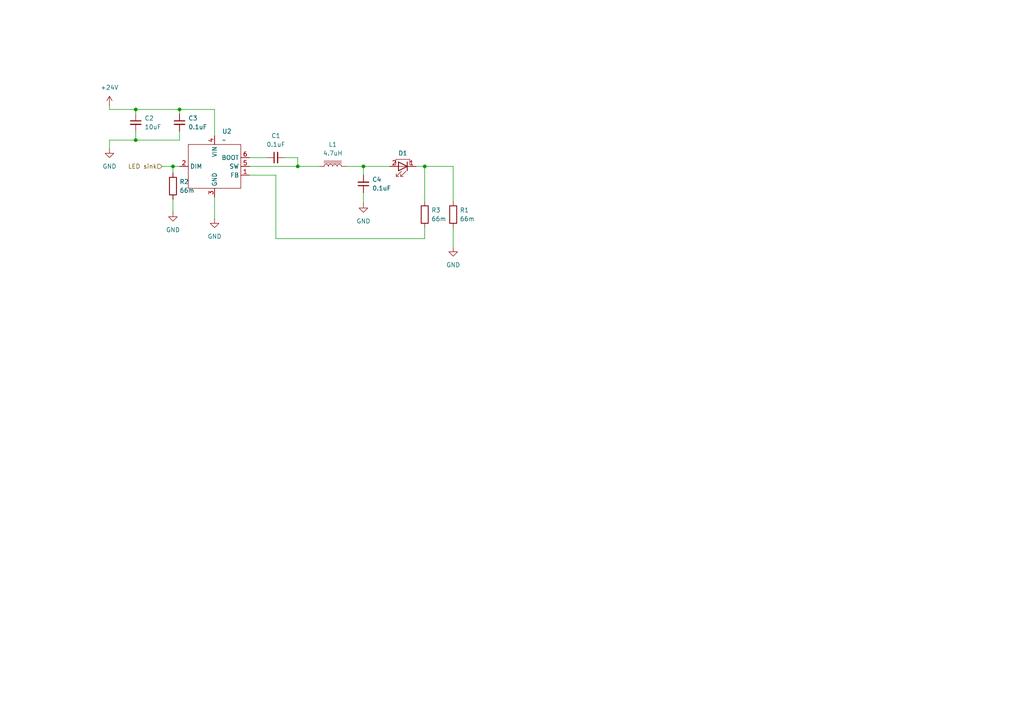
<source format=kicad_sch>
(kicad_sch (version 20231120) (generator "eeschema") (generator_version "8.0")
  (paper "A4")
  (title_block (title "besteLampe! LED Driver") (date "2024-03-27") (rev "1.0") (comment 1 "See  https://lenaschimmel.de/besteLampe! for the source and more information") (comment 2 "This source describes Open Hardware and is licensed under the CERN-OHL-S v2.") (comment 3 "Copyright 2024 Lena Schimmel <mail@lenaschimmel.de>"))
  (lib_symbols
    (symbol "Device:C_Small" (pin_numbers hide) (pin_names (offset 0.254) hide)
      (property "Reference" "C" (at 0.254 1.778 0))
      (property "Value" "C_Small" (at 0.254 -2.032 0))
      (symbol "C_Small_0_1"
        (polyline (pts (xy -1.524 -0.508) (xy 1.524 -0.508)) (stroke (width 0.3302)))
        (polyline (pts (xy -1.524 0.508) (xy 1.524 0.508)) (stroke (width 0.3048)))
      )
      (symbol "C_Small_1_1"
        (pin passive line (at 0 2.54 270) (length 2.032) (name "~") (number "1"))
        (pin passive line (at 0 -2.54 90) (length 2.032) (name "~") (number "2"))
      )
    )
    (symbol "Device:LED_Pad_slim" (pin_names (offset 1.016) hide)
      (property "Reference" "D" (at 0 5.715 0))
      (symbol "LED_Pad_slim_0_1"
        (polyline (pts (xy -1.27 -1.27) (xy -1.27 1.27)) (stroke (width 0.254)))
        (polyline (pts (xy -1.27 0) (xy 1.27 0)))
        (polyline (pts (xy -2.032 -0.508) (xy -2.032 -2.032) (xy 2.032 -2.032) (xy 2.032 -0.508)))
        (polyline (pts (xy 1.27 -1.27) (xy 1.27 1.27) (xy -1.27 0) (xy 1.27 -1.27)) (stroke (width 0.254)))
        (polyline (pts (xy -0.889 1.397) (xy 0.635 2.921) (xy -0.127 2.921) (xy 0.635 2.921) (xy 0.635 2.159)))
        (polyline (pts (xy 0.381 1.397) (xy 1.905 2.921) (xy 1.143 2.921) (xy 1.905 2.921) (xy 1.905 2.159)))
      )
      (symbol "LED_Pad_slim_1_1"
        (pin power_in line (at -3.81 0 0) (length 2.54) (name "K") (number "1"))
        (pin power_in line (at 3.81 0 180) (length 2.54) (name "A") (number "2"))
        (pin no_connect line (at 3.81 -2.0276 180) (length 2.54) hide (name "PAD") (number "3"))
      )
    )
    (symbol "Device:L_Iron" (pin_numbers hide) (pin_names (offset 1.016) hide)
      (property "Reference" "L" (at -1.27 0 90))
      (property "Value" "L_Iron" (at 2.794 0 90))
      (symbol "L_Iron_0_1"
        (arc (start 0 -2.54) (mid 0.6323 -1.905) (end 0 -1.27))
        (arc (start 0 -1.27) (mid 0.6323 -0.635) (end 0 0))
        (polyline (pts (xy 1.016 2.54) (xy 1.016 -2.54)))
        (polyline (pts (xy 1.524 -2.54) (xy 1.524 2.54)))
        (arc (start 0 0) (mid 0.6323 0.635) (end 0 1.27))
        (arc (start 0 1.27) (mid 0.6323 1.905) (end 0 2.54))
      )
      (symbol "L_Iron_1_1"
        (pin passive line (at 0 3.81 270) (length 1.27) (name "1") (number "1"))
        (pin passive line (at 0 -3.81 90) (length 1.27) (name "2") (number "2"))
      )
    )
    (symbol "Device:R" (pin_numbers hide) (pin_names (offset 0))
      (property "Reference" "R" (at 2.032 0 90))
      (property "Value" "R" (at 0 0 90))
      (symbol "R_0_1"
        (rectangle (start -1.016 -2.54) (end 1.016 2.54) (stroke (width 0.254)))
      )
      (symbol "R_1_1"
        (pin passive line (at 0 3.81 270) (length 1.27) (name "~") (number "1"))
        (pin passive line (at 0 -3.81 90) (length 1.27) (name "~") (number "2"))
      )
    )
    (symbol "Driver_LED:TPS92200"
      (property "Reference" "U" (at 0 0 0))
      (symbol "TPS92200_0_1"
        (rectangle (start 7.62 6.35) (end -7.62 -6.35))
      )
      (symbol "TPS92200_1_1"
        (pin input line (at 10.16 -2.54 180) (length 2.54) (name "FB") (number "1"))
        (pin input line (at -10.16 0 0) (length 2.54) (name "DIM") (number "2"))
        (pin passive line (at 0 -8.89 90) (length 2.54) (name "GND") (number "3"))
        (pin power_in line (at 0 8.89 270) (length 2.54) (name "VIN") (number "4"))
        (pin power_out line (at 10.16 0 180) (length 2.54) (name "SW") (number "5"))
        (pin input line (at 10.16 2.54 180) (length 2.54) (name "BOOT") (number "6"))
      )
    )
    (symbol "power:+24V" (power) (pin_numbers hide) (pin_names (offset 0) hide)
      (property "Value" "+24V" (at 0 3.556 0))
      (symbol "+24V_0_1"
        (polyline (pts (xy -0.762 1.27) (xy 0 2.54)))
        (polyline (pts (xy 0 0) (xy 0 2.54)))
        (polyline (pts (xy 0 2.54) (xy 0.762 1.27)))
      )
      (symbol "+24V_1_1"
        (pin power_in line (at 0 0 90) (length 0) (name "~") (number "1"))
      )
    )
    (symbol "power:GND" (power) (pin_numbers hide) (pin_names (offset 0) hide)
      (property "Value" "GND" (at 0 -3.81 0))
      (symbol "GND_0_1"
        (polyline (pts (xy 0 0) (xy 0 -1.27) (xy 1.27 -1.27) (xy 0 -2.54) (xy -1.27 -1.27) (xy 0 -1.27)))
      )
      (symbol "GND_1_1"
        (pin power_in line (at 0 0 270) (length 0) (name "~") (number "1"))
      )
    )
  )
  (junction (at 86.36 48.26))
  (junction (at 39.37 31.75))
  (junction (at 123.19 48.26))
  (junction (at 39.37 40.64))
  (junction (at 105.41 48.26))
  (junction (at 52.07 31.75))
  (junction (at 50.165 48.26))
  (wire (pts (xy 72.39 48.26) (xy 86.36 48.26)))
  (wire (pts (xy 46.99 48.26) (xy 50.165 48.26)))
  (wire (pts (xy 105.41 48.26) (xy 105.41 50.8)))
  (wire (pts (xy 39.37 31.75) (xy 52.07 31.75)))
  (wire (pts (xy 39.37 38.1) (xy 39.37 40.64)))
  (wire (pts (xy 131.445 58.42) (xy 131.445 48.26)))
  (wire (pts (xy 50.165 48.26) (xy 50.165 50.165)))
  (wire (pts (xy 31.75 31.75) (xy 39.37 31.75)))
  (wire (pts (xy 82.55 45.72) (xy 86.36 45.72)))
  (wire (pts (xy 52.07 31.75) (xy 52.07 33.02)))
  (wire (pts (xy 105.41 48.26) (xy 113.03 48.26)))
  (wire (pts (xy 72.39 45.72) (xy 77.47 45.72)))
  (wire (pts (xy 62.23 31.75) (xy 62.23 39.37)))
  (wire (pts (xy 50.165 57.785) (xy 50.165 61.595)))
  (wire (pts (xy 123.19 48.26) (xy 120.65 48.26)))
  (wire (pts (xy 31.75 30.48) (xy 31.75 31.75)))
  (wire (pts (xy 80.01 50.8) (xy 72.39 50.8)))
  (wire (pts (xy 80.01 69.215) (xy 80.01 50.8)))
  (wire (pts (xy 50.165 48.26) (xy 52.07 48.26)))
  (wire (pts (xy 39.37 40.64) (xy 52.07 40.64)))
  (wire (pts (xy 123.19 69.215) (xy 80.01 69.215)))
  (wire (pts (xy 39.37 31.75) (xy 39.37 33.02)))
  (wire (pts (xy 31.75 43.18) (xy 31.75 40.64)))
  (wire (pts (xy 131.445 48.26) (xy 123.19 48.26)))
  (wire (pts (xy 52.07 40.64) (xy 52.07 38.1)))
  (wire (pts (xy 131.445 66.04) (xy 131.445 71.755)))
  (wire (pts (xy 52.07 31.75) (xy 62.23 31.75)))
  (wire (pts (xy 86.36 48.26) (xy 92.71 48.26)))
  (wire (pts (xy 31.75 40.64) (xy 39.37 40.64)))
  (wire (pts (xy 123.19 48.26) (xy 123.19 58.42)))
  (wire (pts (xy 86.36 45.72) (xy 86.36 48.26)))
  (wire (pts (xy 105.41 55.88) (xy 105.41 59.055)))
  (wire (pts (xy 100.33 48.26) (xy 105.41 48.26)))
  (wire (pts (xy 123.19 66.04) (xy 123.19 69.215)))
  (wire (pts (xy 62.23 57.15) (xy 62.23 63.5)))
  (hierarchical_label "LED sink" (shape input) (at 46.99 48.26 180))
  (symbol (lib_id "Driver_LED:TPS92200") (at 62.23 48.26 0) (unit 1)
    (property "Reference" "U2" (at 64.4241 38.1 0) (effects (justify left)))
    (property "Value" "~" (at 64.4241 40.64 0) (effects (justify left)))
    (property "Footprint" "Package_TO_SOT_SMD:SOT-23-6" (effects (hide yes)))
    (instances (project "LED_Driver" (path "" (reference "U2") (unit 1)) (path "" (reference "U3") (unit 1))))
  )
  (symbol (lib_id "power:GND") (at 31.75 43.18 0) (unit 1)
    (property "Reference" "#PWR06" (effects (hide yes)))
    (property "Value" "GND" (at 31.75 48.26 0))
    (property "Description" "Power symbol creates a global label with name \"GND\" , ground" (effects (hide yes)))
    (instances (project "LED_Driver" (path "" (reference "#PWR06") (unit 1)) (path "" (reference "#PWR010") (unit 1))))
  )
  (symbol (lib_id "power:GND") (at 131.445 71.755 0) (unit 1)
    (property "Reference" "#PWR04" (effects (hide yes)))
    (property "Value" "GND" (at 131.445 76.835 0))
    (property "Description" "Power symbol creates a global label with name \"GND\" , ground" (effects (hide yes)))
    (instances (project "LED_Driver" (path "" (reference "#PWR04") (unit 1)) (path "" (reference "#PWR014") (unit 1))))
  )
  (symbol (lib_id "Device:C_Small") (at 52.07 35.56 0) (unit 1)
    (property "Reference" "C3" (at 54.61 34.2962 0) (effects (justify left)))
    (property "Value" "0.1uF" (at 54.61 36.8362 0) (effects (justify left)))
    (property "Footprint" "Capacitor_SMD:C_0805_2012Metric" (effects (hide yes)))
    (property "Description" "Unpolarized capacitor, small symbol" (effects (hide yes)))
    (instances (project "LED_Driver" (path "" (reference "C3") (unit 1)) (path "" (reference "C6") (unit 1))))
  )
  (symbol (lib_id "Device:L_Iron") (at 96.52 48.26 90) (unit 1)
    (property "Reference" "L1" (at 96.52 41.91 90))
    (property "Value" "4.7uH" (at 96.52 44.45 90))
    (property "Footprint" "Inductor_SMD:L_Cenker_CKCS4020" (effects (hide yes)))
    (property "Description" "Inductor with iron core" (effects (hide yes)))
    (instances (project "LED_Driver" (path "" (reference "L1") (unit 1)) (path "" (reference "L2") (unit 1))))
  )
  (symbol (lib_id "Device:C_Small") (at 105.41 53.34 180) (unit 1)
    (property "Reference" "C4" (at 107.95 52.0635 0) (effects (justify right)))
    (property "Value" "0.1uF" (at 107.95 54.6035 0) (effects (justify right)))
    (property "Footprint" "Capacitor_SMD:C_0805_2012Metric" (effects (hide yes)))
    (property "Description" "Unpolarized capacitor, small symbol" (effects (hide yes)))
    (instances (project "LED_Driver" (path "" (reference "C4") (unit 1)) (path "" (reference "C8") (unit 1))))
  )
  (symbol (lib_id "power:+24V") (at 31.75 30.48 0) (unit 1)
    (property "Reference" "#PWR02" (effects (hide yes)))
    (property "Value" "+24V" (at 31.75 25.4 0))
    (property "Description" "Power symbol creates a global label with name \"+24V\"" (effects (hide yes)))
    (instances (project "LED_Driver" (path "" (reference "#PWR02") (unit 1)) (path "" (reference "#PWR09") (unit 1))))
  )
  (symbol (lib_id "power:GND") (at 105.41 59.055 0) (unit 1)
    (property "Reference" "#PWR07" (effects (hide yes)))
    (property "Value" "GND" (at 105.41 64.135 0))
    (property "Description" "Power symbol creates a global label with name \"GND\" , ground" (effects (hide yes)))
    (instances (project "LED_Driver" (path "" (reference "#PWR07") (unit 1)) (path "" (reference "#PWR013") (unit 1))))
  )
  (symbol (lib_id "Device:LED_Pad_slim") (at 116.84 48.26 180) (unit 1)
    (property "Reference" "D1" (at 116.84 44.45 0))
    (property "Value" "LED_Pad" (effects (hide yes)))
    (property "Footprint" "Cree XLAMP XE-G LED XEGAVT-H0:XEGAVTH00000000000000K2001" (effects (hide yes)))
    (property "Description" "Light emitting diode with pad" (effects (hide yes)))
    (instances (project "LED_Driver" (path "" (reference "D1") (unit 1)) (path "" (reference "D2") (unit 1))))
  )
  (symbol (lib_id "Device:R") (at 50.165 53.975 0) (unit 1)
    (property "Reference" "R2" (at 52.07 52.7049 0) (effects (justify left)))
    (property "Value" "66m" (at 52.07 55.2449 0) (effects (justify left)))
    (property "Footprint" "Resistor_SMD:R_0603_1608Metric" (effects (hide yes)))
    (property "Description" "Resistor" (effects (hide yes)))
    (instances (project "LED_Driver" (path "" (reference "R2") (unit 1)) (path "" (reference "R4") (unit 1))))
  )
  (symbol (lib_id "Device:R") (at 123.19 62.23 0) (unit 1)
    (property "Reference" "R3" (at 125.095 60.9599 0) (effects (justify left)))
    (property "Value" "66m" (at 125.095 63.4999 0) (effects (justify left)))
    (property "Footprint" "Resistor_SMD:R_0603_1608Metric" (effects (hide yes)))
    (property "Description" "Resistor" (effects (hide yes)))
    (instances (project "LED_Driver" (path "" (reference "R3") (unit 1)) (path "" (reference "R5") (unit 1))))
  )
  (symbol (lib_id "Device:C_Small") (at 39.37 35.56 0) (unit 1)
    (property "Reference" "C2" (at 41.91 34.2962 0) (effects (justify left)))
    (property "Value" "10uF" (at 41.91 36.8362 0) (effects (justify left)))
    (property "Footprint" "Capacitor_SMD:C_0805_2012Metric" (effects (hide yes)))
    (property "Description" "Unpolarized capacitor, small symbol" (effects (hide yes)))
    (instances (project "LED_Driver" (path "" (reference "C2") (unit 1)) (path "" (reference "C5") (unit 1))))
  )
  (symbol (lib_id "power:GND") (at 62.23 63.5 0) (unit 1)
    (property "Reference" "#PWR05" (effects (hide yes)))
    (property "Value" "GND" (at 62.23 68.58 0))
    (property "Description" "Power symbol creates a global label with name \"GND\" , ground" (effects (hide yes)))
    (instances (project "LED_Driver" (path "" (reference "#PWR05") (unit 1)) (path "" (reference "#PWR012") (unit 1))))
  )
  (symbol (lib_id "power:GND") (at 50.165 61.595 0) (unit 1)
    (property "Reference" "#PWR08" (effects (hide yes)))
    (property "Value" "GND" (at 50.165 66.675 0))
    (property "Description" "Power symbol creates a global label with name \"GND\" , ground" (effects (hide yes)))
    (instances (project "LED_Driver" (path "" (reference "#PWR08") (unit 1)) (path "" (reference "#PWR011") (unit 1))))
  )
  (symbol (lib_id "Device:R") (at 131.445 62.23 0) (unit 1)
    (property "Reference" "R1" (at 133.35 60.9599 0) (effects (justify left)))
    (property "Value" "66m" (at 133.35 63.4999 0) (effects (justify left)))
    (property "Footprint" "Resistor_SMD:R_0805_2012Metric" (effects (hide yes)))
    (property "Description" "Resistor" (effects (hide yes)))
    (instances (project "LED_Driver" (path "" (reference "R1") (unit 1)) (path "" (reference "R6") (unit 1))))
  )
  (symbol (lib_id "Device:C_Small") (at 80.01 45.72 90) (unit 1)
    (property "Reference" "C1" (at 80.0163 39.37 90))
    (property "Value" "0.1uF" (at 80.0163 41.91 90))
    (property "Footprint" "Capacitor_SMD:C_0805_2012Metric" (effects (hide yes)))
    (property "Description" "Unpolarized capacitor, small symbol" (effects (hide yes)))
    (instances (project "LED_Driver" (path "" (reference "C1") (unit 1)) (path "" (reference "C7") (unit 1))))
  )
)
</source>
